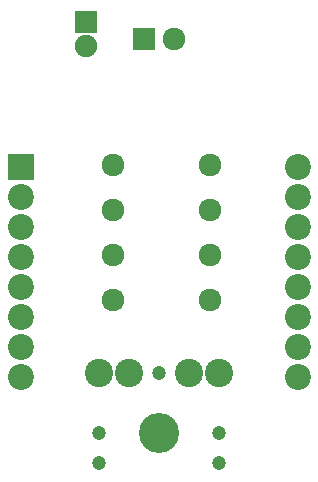
<source format=gbr>
G04 #@! TF.GenerationSoftware,KiCad,Pcbnew,5.0.0-fee4fd1~65~ubuntu17.10.1*
G04 #@! TF.CreationDate,2018-11-13T13:37:27+00:00*
G04 #@! TF.ProjectId,Power Monitor Version 1,506F776572204D6F6E69746F72205665,rev?*
G04 #@! TF.SameCoordinates,Original*
G04 #@! TF.FileFunction,Soldermask,Top*
G04 #@! TF.FilePolarity,Negative*
%FSLAX46Y46*%
G04 Gerber Fmt 4.6, Leading zero omitted, Abs format (unit mm)*
G04 Created by KiCad (PCBNEW 5.0.0-fee4fd1~65~ubuntu17.10.1) date Tue Nov 13 13:37:27 2018*
%MOMM*%
%LPD*%
G01*
G04 APERTURE LIST*
%ADD10R,1.900000X1.900000*%
%ADD11C,1.900000*%
%ADD12R,1.924000X1.924000*%
%ADD13C,1.924000*%
%ADD14C,1.200000*%
%ADD15C,2.400000*%
%ADD16C,3.400000*%
%ADD17R,2.200000X2.200000*%
%ADD18C,2.200000*%
G04 APERTURE END LIST*
D10*
G04 #@! TO.C,C1*
X129540000Y-73025000D03*
D11*
X129540000Y-75057000D03*
G04 #@! TD*
D12*
G04 #@! TO.C,D1*
X134493000Y-74422000D03*
D13*
X137033000Y-74422000D03*
G04 #@! TD*
D14*
G04 #@! TO.C,J1*
X135763000Y-102743000D03*
X130683000Y-107823000D03*
X130683000Y-110363000D03*
X140843000Y-107823000D03*
X140843000Y-110363000D03*
D15*
X133223000Y-102743000D03*
X130683000Y-102743000D03*
X138303000Y-102743000D03*
X140843000Y-102743000D03*
D16*
X135763000Y-107823000D03*
G04 #@! TD*
D17*
G04 #@! TO.C,M1*
X124027001Y-85292001D03*
D18*
X124027001Y-87832001D03*
X124027001Y-90372001D03*
X124027001Y-92912001D03*
X124027001Y-95452001D03*
X124027001Y-97992001D03*
X124027001Y-100532001D03*
X147522001Y-103072001D03*
X147522001Y-100532001D03*
X147522001Y-97992001D03*
X147522001Y-95452001D03*
X147522001Y-92912001D03*
X147522001Y-90372001D03*
X124027001Y-103072001D03*
X147522001Y-87832001D03*
X147522001Y-85292001D03*
G04 #@! TD*
D13*
G04 #@! TO.C,R1*
X131826000Y-96520000D03*
X140081000Y-96520000D03*
G04 #@! TD*
G04 #@! TO.C,R2*
X131826000Y-88900000D03*
X140081000Y-88900000D03*
G04 #@! TD*
G04 #@! TO.C,R3*
X131826000Y-92710000D03*
X140081000Y-92710000D03*
G04 #@! TD*
G04 #@! TO.C,R4*
X131826000Y-85090000D03*
X140081000Y-85090000D03*
G04 #@! TD*
M02*

</source>
